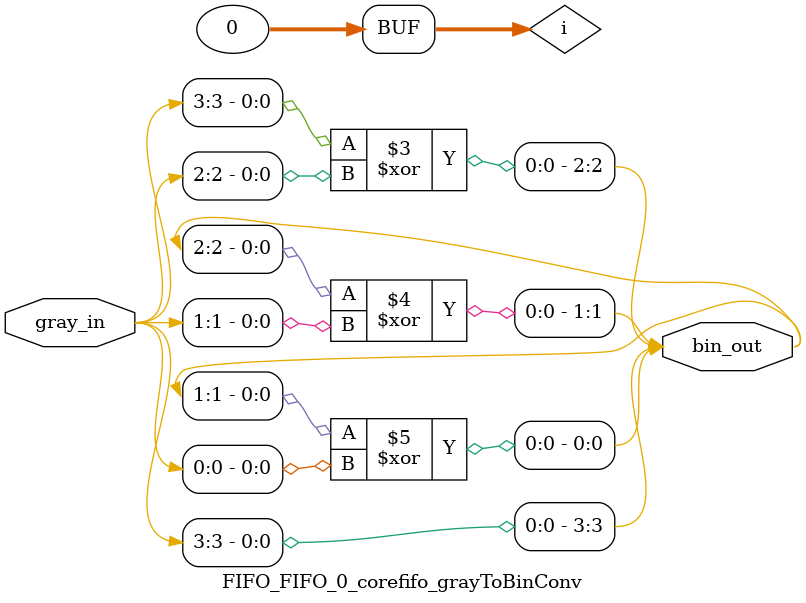
<source format=v>

`timescale 1ns / 100ps

module FIFO_FIFO_0_corefifo_grayToBinConv(
                                         gray_in,
                                         bin_out
                                        );

   // --------------------------------------------------------------------------
   // Parameter Declaration
   // --------------------------------------------------------------------------
   parameter ADDRWIDTH  = 3;
  // parameter SYNC_RESET = 0;   

   // --------------------------------------------------------------------------
   // I/O Declaration
   // --------------------------------------------------------------------------

   //--------
   // Inputs
   //--------
   input [ADDRWIDTH:0]    gray_in;

   //---------
   // Outputs
   //---------
   output [ADDRWIDTH:0] bin_out;

   // --------------------------------------------------------------------------
   // Internal signals
   // --------------------------------------------------------------------------
   reg [ADDRWIDTH:0]      bin_out;   
   integer                i;
   

   // --------------------------------------------------------------------------
   //                               Start - of - Code
   // --------------------------------------------------------------------------


   // --------------------------------------------------------------------------
   // Logic to Convert the Gray code to Binary
   // --------------------------------------------------------------------------
   always @(*) begin

      bin_out[ADDRWIDTH]  = gray_in[ADDRWIDTH];      

      for(i=ADDRWIDTH;i>0;i = i-1) begin
         bin_out[i-1]     = (bin_out[i] ^ gray_in[i-1]);
      end

   end

endmodule // corefifo_grayToBinConv

// --------------------------------------------------------------------------
//                             End - of - Code
// --------------------------------------------------------------------------

</source>
